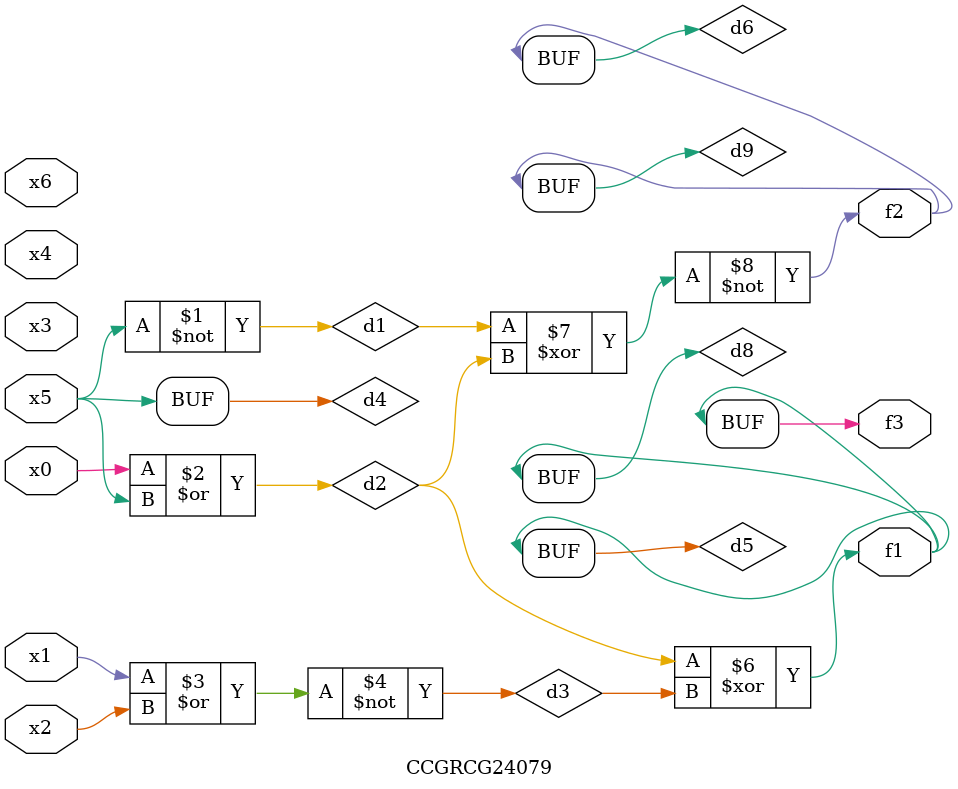
<source format=v>
module CCGRCG24079(
	input x0, x1, x2, x3, x4, x5, x6,
	output f1, f2, f3
);

	wire d1, d2, d3, d4, d5, d6, d7, d8, d9;

	nand (d1, x5);
	or (d2, x0, x5);
	nor (d3, x1, x2);
	xnor (d4, d1);
	xor (d5, d2, d3);
	xnor (d6, d1, d2);
	not (d7, x4);
	buf (d8, d5);
	xor (d9, d6);
	assign f1 = d8;
	assign f2 = d9;
	assign f3 = d8;
endmodule

</source>
